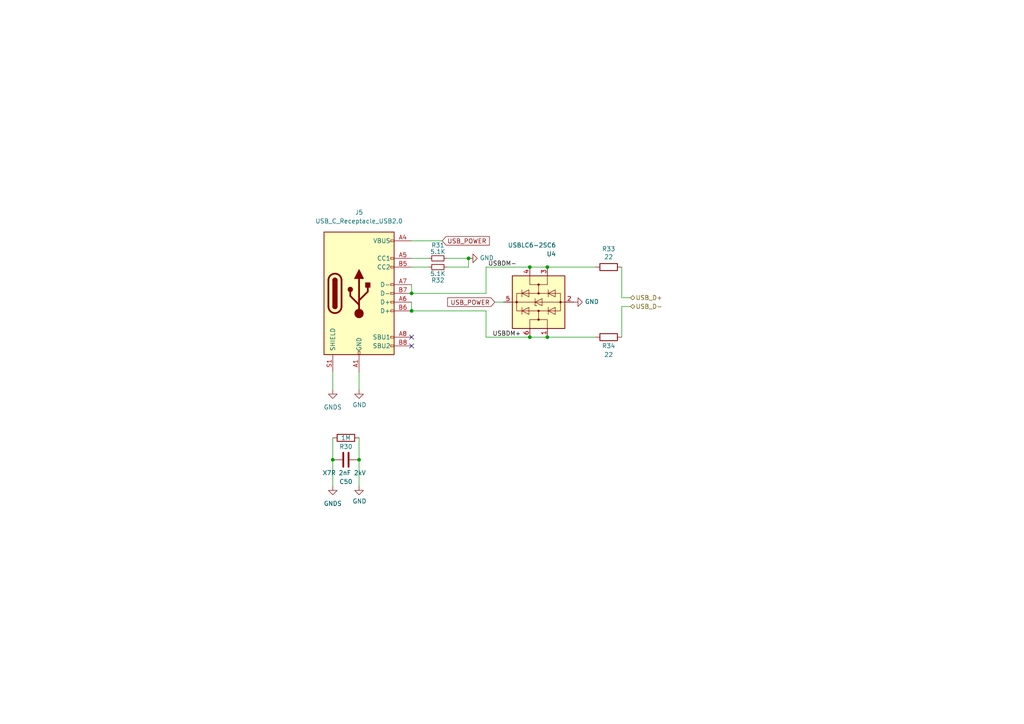
<source format=kicad_sch>
(kicad_sch (version 20211123) (generator eeschema)
  (paper "A4")
  (lib_symbols
    (symbol "Connector:USB_C_Receptacle_USB2.0" (pin_names (offset 1.016))
      (property "Reference" "J" (at -10.16 19.05 0))
      (property "Value" "USB_C_Receptacle_USB2.0" (at 19.05 19.05 0))
      (symbol "USB_C_Receptacle_USB2.0_0_0"
        (rectangle (start -0.254 -17.78) (end 0.254 -16.764))
        (rectangle (start 10.16 -14.986) (end 9.144 -15.494))
        (rectangle (start 10.16 -12.446) (end 9.144 -12.954))
        (rectangle (start 10.16 -4.826) (end 9.144 -5.334))
        (rectangle (start 10.16 -2.286) (end 9.144 -2.794))
        (rectangle (start 10.16 0.254) (end 9.144 -0.254))
        (rectangle (start 10.16 2.794) (end 9.144 2.286))
        (rectangle (start 10.16 7.874) (end 9.144 7.366))
        (rectangle (start 10.16 10.414) (end 9.144 9.906))
        (rectangle (start 10.16 15.494) (end 9.144 14.986))
      )
      (symbol "USB_C_Receptacle_USB2.0_0_1"
        (rectangle (start -10.16 17.78) (end 10.16 -17.78) (stroke (width 0.254)) (fill (type background)))
        (arc (start -8.89 -3.81) (mid -6.985 -5.715) (end -5.08 -3.81) (stroke (width 0.508)))
        (arc (start -7.62 -3.81) (mid -6.985 -4.445) (end -6.35 -3.81) (stroke (width 0.254)))
        (arc (start -7.62 -3.81) (mid -6.985 -4.445) (end -6.35 -3.81) (stroke (width 0.254)) (fill (type outline)))
        (rectangle (start -7.62 -3.81) (end -6.35 3.81) (stroke (width 0.254)) (fill (type outline)))
        (arc (start -6.35 3.81) (mid -6.985 4.445) (end -7.62 3.81) (stroke (width 0.254)))
        (arc (start -6.35 3.81) (mid -6.985 4.445) (end -7.62 3.81) (stroke (width 0.254)) (fill (type outline)))
        (arc (start -5.08 3.81) (mid -6.985 5.715) (end -8.89 3.81) (stroke (width 0.508)))
        (circle (center -2.54 1.143) (radius 0.635) (stroke (width 0.254)) (fill (type outline)))
        (circle (center 0 -5.842) (radius 1.27) (fill (type outline)))
        (polyline (pts (xy -8.89 -3.81) (xy -8.89 3.81)) (stroke (width 0.508)))
        (polyline (pts (xy -5.08 3.81) (xy -5.08 -3.81)) (stroke (width 0.508)))
        (polyline (pts (xy 0 -5.842) (xy 0 4.318)) (stroke (width 0.508)))
        (polyline (pts (xy 0 -3.302) (xy -2.54 -0.762) (xy -2.54 0.508)) (stroke (width 0.508)))
        (polyline (pts (xy 0 -2.032) (xy 2.54 0.508) (xy 2.54 1.778)) (stroke (width 0.508)))
        (polyline (pts (xy -1.27 4.318) (xy 0 6.858) (xy 1.27 4.318) (xy -1.27 4.318)) (stroke (width 0.254)) (fill (type outline)))
        (rectangle (start 1.905 1.778) (end 3.175 3.048) (stroke (width 0.254)) (fill (type outline)))
      )
      (symbol "USB_C_Receptacle_USB2.0_1_1"
        (pin passive line (at 0 -22.86 90) (length 5.08) (name "GND") (number "A1"))
        (pin passive line (at 0 -22.86 90) (length 5.08) hide (name "GND") (number "A12"))
        (pin passive line (at 15.24 15.24 180) (length 5.08) (name "VBUS") (number "A4"))
        (pin bidirectional line (at 15.24 10.16 180) (length 5.08) (name "CC1") (number "A5"))
        (pin bidirectional line (at 15.24 -2.54 180) (length 5.08) (name "D+") (number "A6"))
        (pin bidirectional line (at 15.24 2.54 180) (length 5.08) (name "D-") (number "A7"))
        (pin bidirectional line (at 15.24 -12.7 180) (length 5.08) (name "SBU1") (number "A8"))
        (pin passive line (at 15.24 15.24 180) (length 5.08) hide (name "VBUS") (number "A9"))
        (pin passive line (at 0 -22.86 90) (length 5.08) hide (name "GND") (number "B1"))
        (pin passive line (at 0 -22.86 90) (length 5.08) hide (name "GND") (number "B12"))
        (pin passive line (at 15.24 15.24 180) (length 5.08) hide (name "VBUS") (number "B4"))
        (pin bidirectional line (at 15.24 7.62 180) (length 5.08) (name "CC2") (number "B5"))
        (pin bidirectional line (at 15.24 -5.08 180) (length 5.08) (name "D+") (number "B6"))
        (pin bidirectional line (at 15.24 0 180) (length 5.08) (name "D-") (number "B7"))
        (pin bidirectional line (at 15.24 -15.24 180) (length 5.08) (name "SBU2") (number "B8"))
        (pin passive line (at 15.24 15.24 180) (length 5.08) hide (name "VBUS") (number "B9"))
        (pin passive line (at -7.62 -22.86 90) (length 5.08) (name "SHIELD") (number "S1"))
      )
    )
    (symbol "Device:C" (pin_numbers hide) (pin_names (offset 0.254))
      (property "Reference" "C" (at 0.635 2.54 0))
      (property "Value" "C" (at 0.635 -2.54 0))
      (symbol "C_0_1"
        (polyline (pts (xy -2.032 -0.762) (xy 2.032 -0.762)) (stroke (width 0.508)))
        (polyline (pts (xy -2.032 0.762) (xy 2.032 0.762)) (stroke (width 0.508)))
      )
      (symbol "C_1_1"
        (pin passive line (at 0 3.81 270) (length 2.794) (name "~") (number "1"))
        (pin passive line (at 0 -3.81 90) (length 2.794) (name "~") (number "2"))
      )
    )
    (symbol "Device:R" (pin_numbers hide) (pin_names (offset 0))
      (property "Reference" "R" (at 2.032 0 90))
      (property "Value" "R" (at 0 0 90))
      (symbol "R_0_1"
        (rectangle (start -1.016 -2.54) (end 1.016 2.54) (stroke (width 0.254)))
      )
      (symbol "R_1_1"
        (pin passive line (at 0 3.81 270) (length 1.27) (name "~") (number "1"))
        (pin passive line (at 0 -3.81 90) (length 1.27) (name "~") (number "2"))
      )
    )
    (symbol "Device:R_Small" (pin_numbers hide) (pin_names (offset 0.254) hide)
      (property "Reference" "R" (at 0.762 0.508 0))
      (property "Value" "R_Small" (at 0.762 -1.016 0))
      (symbol "R_Small_0_1"
        (rectangle (start -0.762 1.778) (end 0.762 -1.778) (stroke (width 0.2032)))
      )
      (symbol "R_Small_1_1"
        (pin passive line (at 0 2.54 270) (length 0.762) (name "~") (number "1"))
        (pin passive line (at 0 -2.54 90) (length 0.762) (name "~") (number "2"))
      )
    )
    (symbol "Power_Protection:USBLC6-2SC6" (pin_names hide)
      (property "Reference" "U" (at 2.54 8.89 0))
      (property "Value" "USBLC6-2SC6" (at 2.54 -8.89 0))
      (symbol "USBLC6-2SC6_0_1"
        (rectangle (start -7.62 -7.62) (end 7.62 7.62) (stroke (width 0.254)) (fill (type background)))
        (circle (center -5.08 0) (radius 0.254) (fill (type outline)))
        (circle (center -2.54 0) (radius 0.254) (fill (type outline)))
        (rectangle (start -2.54 6.35) (end 2.54 -6.35))
        (circle (center 0 -6.35) (radius 0.254) (fill (type outline)))
        (polyline (pts (xy -5.08 -2.54) (xy -7.62 -2.54)))
        (polyline (pts (xy -5.08 0) (xy -5.08 -2.54)))
        (polyline (pts (xy -5.08 2.54) (xy -7.62 2.54)))
        (polyline (pts (xy -1.524 -2.794) (xy -3.556 -2.794)))
        (polyline (pts (xy -1.524 4.826) (xy -3.556 4.826)))
        (polyline (pts (xy 0 -7.62) (xy 0 -6.35)))
        (polyline (pts (xy 0 -6.35) (xy 0 1.27)))
        (polyline (pts (xy 0 1.27) (xy 0 6.35)))
        (polyline (pts (xy 0 6.35) (xy 0 7.62)))
        (polyline (pts (xy 1.524 -2.794) (xy 3.556 -2.794)))
        (polyline (pts (xy 1.524 4.826) (xy 3.556 4.826)))
        (polyline (pts (xy 5.08 -2.54) (xy 7.62 -2.54)))
        (polyline (pts (xy 5.08 0) (xy 5.08 -2.54)))
        (polyline (pts (xy 5.08 2.54) (xy 7.62 2.54)))
        (polyline (pts (xy -2.54 0) (xy -5.08 0) (xy -5.08 2.54)))
        (polyline (pts (xy 2.54 0) (xy 5.08 0) (xy 5.08 2.54)))
        (polyline (pts (xy -3.556 -4.826) (xy -1.524 -4.826) (xy -2.54 -2.794) (xy -3.556 -4.826)))
        (polyline (pts (xy -3.556 2.794) (xy -1.524 2.794) (xy -2.54 4.826) (xy -3.556 2.794)))
        (polyline (pts (xy -1.016 -1.016) (xy 1.016 -1.016) (xy 0 1.016) (xy -1.016 -1.016)))
        (polyline (pts (xy 1.016 1.016) (xy 0.762 1.016) (xy -1.016 1.016) (xy -1.016 0.508)))
        (polyline (pts (xy 3.556 -4.826) (xy 1.524 -4.826) (xy 2.54 -2.794) (xy 3.556 -4.826)))
        (polyline (pts (xy 3.556 2.794) (xy 1.524 2.794) (xy 2.54 4.826) (xy 3.556 2.794)))
        (circle (center 0 6.35) (radius 0.254) (fill (type outline)))
        (circle (center 2.54 0) (radius 0.254) (fill (type outline)))
        (circle (center 5.08 0) (radius 0.254) (fill (type outline)))
      )
      (symbol "USBLC6-2SC6_1_1"
        (pin passive line (at -10.16 -2.54 0) (length 2.54) (name "I/O1") (number "1"))
        (pin passive line (at 0 -10.16 90) (length 2.54) (name "GND") (number "2"))
        (pin passive line (at 10.16 -2.54 180) (length 2.54) (name "I/O2") (number "3"))
        (pin passive line (at 10.16 2.54 180) (length 2.54) (name "I/O2") (number "4"))
        (pin passive line (at 0 10.16 270) (length 2.54) (name "VBUS") (number "5"))
        (pin passive line (at -10.16 2.54 0) (length 2.54) (name "I/O1") (number "6"))
      )
    )
    (symbol "power:GND" (power) (pin_names (offset 0))
      (property "Value" "GND" (at 0 -3.81 0))
      (symbol "GND_0_1"
        (polyline (pts (xy 0 0) (xy 0 -1.27) (xy 1.27 -1.27) (xy 0 -2.54) (xy -1.27 -1.27) (xy 0 -1.27)))
      )
      (symbol "GND_1_1"
        (pin power_in line (at 0 0 270) (length 0) hide (name "GND") (number "1"))
      )
    )
    (symbol "power:GNDS" (power) (pin_names (offset 0))
      (property "Value" "GNDS" (at 0 -3.81 0))
      (symbol "GNDS_0_1"
        (polyline (pts (xy 0 0) (xy 0 -1.27) (xy 1.27 -1.27) (xy 0 -2.54) (xy -1.27 -1.27) (xy 0 -1.27)))
      )
      (symbol "GNDS_1_1"
        (pin power_in line (at 0 0 270) (length 0) hide (name "GNDS") (number "1"))
      )
    )
  )
  (junction (at 158.75 97.79))
  (junction (at 119.38 90.17))
  (junction (at 153.67 97.79))
  (junction (at 158.75 77.47))
  (junction (at 135.89 74.93))
  (junction (at 96.52 133.35))
  (junction (at 104.14 133.35))
  (junction (at 153.67 77.47))
  (junction (at 119.38 85.09))
  (no_connect (at 119.38 100.33))
  (no_connect (at 119.38 97.79))
  (wire (pts (xy 140.97 85.09) (xy 140.97 77.47)))
  (wire (pts (xy 180.34 88.9) (xy 180.34 97.79)))
  (wire (pts (xy 180.34 77.47) (xy 180.34 86.36)))
  (wire (pts (xy 119.38 69.85) (xy 128.27 69.85)))
  (wire (pts (xy 119.38 77.47) (xy 124.46 77.47)))
  (wire (pts (xy 143.51 87.63) (xy 146.05 87.63)))
  (wire (pts (xy 119.38 85.09) (xy 119.38 82.55)))
  (wire (pts (xy 104.14 107.95) (xy 104.14 113.03)))
  (wire (pts (xy 158.75 97.79) (xy 172.72 97.79)))
  (wire (pts (xy 153.67 97.79) (xy 158.75 97.79)))
  (wire (pts (xy 119.38 85.09) (xy 140.97 85.09)))
  (wire (pts (xy 104.14 133.35) (xy 104.14 140.97)))
  (wire (pts (xy 96.52 133.35) (xy 96.52 140.97)))
  (wire (pts (xy 180.34 86.36) (xy 182.88 86.36)))
  (wire (pts (xy 158.75 77.47) (xy 172.72 77.47)))
  (wire (pts (xy 135.89 77.47) (xy 135.89 74.93)))
  (wire (pts (xy 104.14 127) (xy 104.14 133.35)))
  (wire (pts (xy 96.52 107.95) (xy 96.52 113.03)))
  (wire (pts (xy 140.97 90.17) (xy 140.97 97.79)))
  (wire (pts (xy 129.54 77.47) (xy 135.89 77.47)))
  (wire (pts (xy 119.38 90.17) (xy 140.97 90.17)))
  (wire (pts (xy 119.38 90.17) (xy 119.38 87.63)))
  (wire (pts (xy 153.67 77.47) (xy 158.75 77.47)))
  (wire (pts (xy 140.97 77.47) (xy 153.67 77.47)))
  (wire (pts (xy 96.52 127) (xy 96.52 133.35)))
  (wire (pts (xy 140.97 97.79) (xy 153.67 97.79)))
  (wire (pts (xy 119.38 74.93) (xy 124.46 74.93)))
  (wire (pts (xy 182.88 88.9) (xy 180.34 88.9)))
  (wire (pts (xy 129.54 74.93) (xy 135.89 74.93)))
  (label "USBDM+" (at 151.13 97.79 180))
  (label "USBDM-" (at 149.86 77.47 180))
  (global_label "USB_POWER" (shape input) (at 128.27 69.85 0) (property "Intersheet References" "${INTERSHEET_REFS}" (effects hide)))
  (global_label "USB_POWER" (shape input) (at 143.51 87.63 180) (property "Intersheet References" "${INTERSHEET_REFS}" (effects hide)))
  (hierarchical_label "USB_D-" (shape bidirectional) (at 182.88 88.9 0))
  (hierarchical_label "USB_D+" (shape bidirectional) (at 182.88 86.36 0))
  (symbol (lib_id "Device:R") (at 176.53 77.47 270) (unit 1)
    (property "Reference" "R33" (at 176.53 72.2122 90))
    (property "Value" "22" (at 176.53 74.5236 90))
    (property "Footprint" "Resistor_SMD:R_0603_1608Metric_Pad0.98x0.95mm_HandSolder" (effects hide))
  )
  (symbol (lib_id "Device:R") (at 176.53 97.79 270) (unit 1)
    (property "Reference" "R34" (at 176.53 100.33 90))
    (property "Value" "22" (at 176.53 102.87 90))
    (property "Footprint" "Resistor_SMD:R_0603_1608Metric_Pad0.98x0.95mm_HandSolder" (effects hide))
  )
  (symbol (lib_id "power:GNDS") (at 96.52 113.03 0) (unit 1)
    (property "Reference" "#PWR072" (effects hide))
    (property "Value" "GNDS" (at 96.52 118.11 0))
  )
  (symbol (lib_id "Device:C") (at 100.33 133.35 270) (unit 1)
    (property "Reference" "C50" (at 100.33 139.7 90))
    (property "Value" "X7R 2nF 2kV " (at 100.33 137.16 90))
  )
  (symbol (lib_id "power:GND") (at 135.89 74.93 90) (unit 1)
    (property "Reference" "#PWR076" (effects hide))
    (property "Value" "GND" (at 139.1412 74.803 90) (effects (justify right)))
  )
  (symbol (lib_id "power:GND") (at 166.37 87.63 90) (unit 1)
    (property "Reference" "#PWR077" (effects hide))
    (property "Value" "GND" (at 169.6212 87.503 90) (effects (justify right)))
  )
  (symbol (lib_id "Connector:USB_C_Receptacle_USB2.0") (at 104.14 85.09 0) (unit 1)
    (property "Reference" "J5" (at 104.14 61.595 0))
    (property "Value" "USB_C_Receptacle_USB2.0" (at 104.14 64.135 0))
    (property "Footprint" "Connector_USB:USB_C_Receptacle_Palconn_UTC16-G" (effects hide))
    (property "Datasheet" "https://www.usb.org/sites/default/files/documents/usb_type-c.zip" (effects hide))
  )
  (symbol (lib_id "power:GND") (at 104.14 140.97 0) (unit 1)
    (property "Reference" "#PWR075" (effects hide))
    (property "Value" "GND" (at 104.267 145.3642 0))
  )
  (symbol (lib_id "Power_Protection:USBLC6-2SC6") (at 156.21 87.63 90) (unit 1)
    (property "Reference" "U4" (at 161.29 73.66 90) (effects (justify left)))
    (property "Value" "USBLC6-2SC6" (at 161.29 71.12 90) (effects (justify left)))
    (property "Footprint" "Package_TO_SOT_SMD:SOT-23-6" (effects hide))
    (property "Datasheet" "https://www.st.com/resource/en/datasheet/usblc6-2.pdf" (effects hide))
  )
  (symbol (lib_id "power:GND") (at 104.14 113.03 0) (unit 1)
    (property "Reference" "#PWR074" (effects hide))
    (property "Value" "GND" (at 104.267 117.4242 0))
  )
  (symbol (lib_id "Device:R") (at 100.33 127 270) (unit 1)
    (property "Reference" "R30" (at 100.33 129.54 90))
    (property "Value" "1M" (at 100.33 127 90))
    (property "Footprint" "Resistor_SMD:R_0603_1608Metric_Pad0.98x0.95mm_HandSolder" (effects hide))
  )
  (symbol (lib_id "Device:R_Small") (at 127 74.93 90) (unit 1)
    (property "Reference" "R31" (at 127 71.12 90))
    (property "Value" "5.1K" (at 127 73.025 90))
    (property "Footprint" "Resistor_SMD:R_0603_1608Metric_Pad0.98x0.95mm_HandSolder" (effects hide))
  )
  (symbol (lib_id "Device:R_Small") (at 127 77.47 270) (unit 1)
    (property "Reference" "R32" (at 127 81.28 90))
    (property "Value" "5.1K" (at 127 79.375 90))
    (property "Footprint" "Resistor_SMD:R_0603_1608Metric_Pad0.98x0.95mm_HandSolder" (effects hide))
  )
  (symbol (lib_id "power:GNDS") (at 96.52 140.97 0) (unit 1)
    (property "Reference" "#PWR073" (effects hide))
    (property "Value" "GNDS" (at 96.52 146.05 0))
  )
)
</source>
